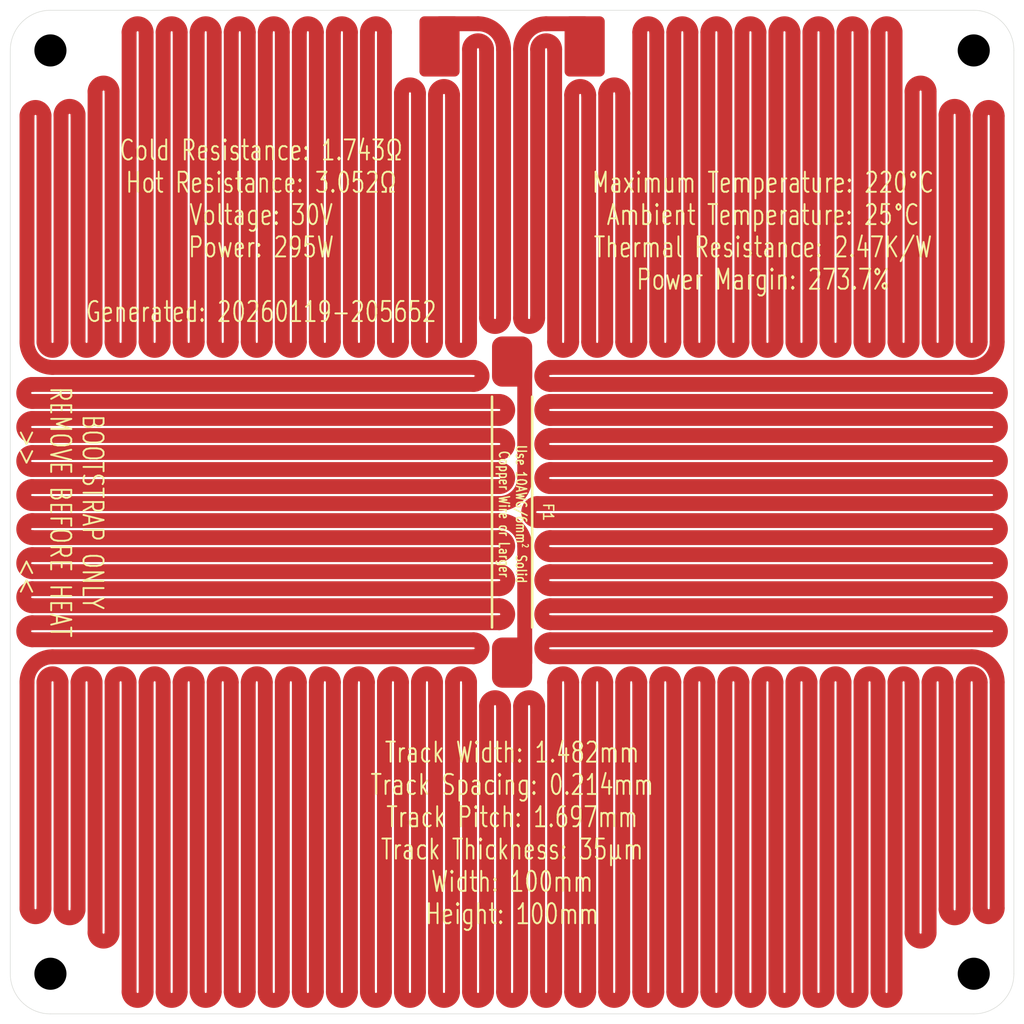
<source format=kicad_pcb>
(kicad_pcb (version 20241229) (generator "pcbnew") (generator_version "9.0")
  (layers (0 "F.Cu" signal) (2 "B.Cu" signal) (13 "F.Paste" user) (15 "B.Paste" user) (5 "F.SilkS" user "F.Silkscreen") (7 "B.SilkS" user "B.Silkscreen") (1 "F.Mask" user) (3 "B.Mask" user) (25 "Edge.Cuts" user))
  (net 0 "")
  (net 1 "Net-(J2-Pin_1)")
  (net 2 "Net-(J1-Pin_1)")
  (footprint "blg:MountingHole_3.2mm_M3_NoPad_TopLarge" (layer "F.Cu") (at 151 59)
    (property "Reference" "REF**" (hide yes))
    (property "Value" "MountingHole_3.2mm_M3_NoPad_TopLarge" (hide yes))
    (pad "" np_thru_hole circle (at 0 0) (size 7.6 7.6) (drill 3.2) (layers))
  )
  (footprint "blg:SMD_PowerConnection_4x6mm" (layer "F.Cu") (at 112.230999 58.6 -90)
    (property "Reference" "J2" (hide yes))
    (property "Value" "Hotplate_Power_Connection" (hide yes))
    (pad "1" smd roundrect (at 0 0 270) (size 6 4) (layers "F.Cu" "F.Mask" "F.Paste") (roundrect_rratio 0.125) (net 1 "Net-(J2-Pin_1)"))
  )
  (footprint "blg:MountingHole_3.2mm_M3_NoPad_TopLarge" (layer "F.Cu") (at 59 151)
    (property "Reference" "REF**" (hide yes))
    (property "Value" "MountingHole_3.2mm_M3_NoPad_TopLarge" (hide yes))
    (pad "" np_thru_hole circle (at 0 0) (size 7.6 7.6) (drill 3.2) (layers))
  )
  (footprint "blg:MountingHole_3.2mm_M3_NoPad_TopLarge" (layer "F.Cu") (at 151 151)
    (property "Reference" "REF**" (hide yes))
    (property "Value" "MountingHole_3.2mm_M3_NoPad_TopLarge" (hide yes))
    (pad "" np_thru_hole circle (at 0 0) (size 7.6 7.6) (drill 3.2) (layers))
  )
  (footprint "blg:SMD_PowerConnection_4x6mm" (layer "F.Cu") (at 97.769 58.6 -90)
    (property "Reference" "J1" (hide yes))
    (property "Value" "Hotplate_Power_Connection" (hide yes))
    (pad "1" smd roundrect (at 0 0 270) (size 6 4) (layers "F.Cu" "F.Mask" "F.Paste") (roundrect_rratio 0.125) (net 2 "Net-(J1-Pin_1)"))
  )
  (footprint "blg:Thermal Fuse, SN100C, Front, 35mm" (layer "F.Cu") (at 105 105 -90)
    (property "Reference" "F1" (at 0 -3.6 270) (layer "F.SilkS"))
    (property "Value" "~")
    (fp_line (start -11.5 2) (end 11.5 2) (stroke (width 0.25)) (layer "F.SilkS"))
    (fp_line (start -11.5 -2) (end 11.5 -2) (stroke (width 0.25)) (layer "F.SilkS"))
    (fp_text user "Use 10AWG/6mm  Solid" (at 0.2 -0.9 270) (layer "F.SilkS") (effects (font (size 1 0.75))))
    (fp_text user "2" (at 3.35 -1.3 270) (layer "F.SilkS") (effects (font (size 0.6 0.4) (thickness 0.1))))
    (fp_text user "Copper Wire or Larger" (at 0.2 0.8 270) (layer "F.SilkS") (effects (font (size 1 0.75))))
    (pad "1" smd roundrect (at -15 0 270) (size 5 4) (layers "F.Cu" "F.Mask") (net 2 "Net-(J1-Pin_1)"))
    (pad "2" smd roundrect (at 15 0 270) (size 5 4) (layers "F.Cu" "F.Mask") (net 1 "Net-(J2-Pin_1)"))
  )
  (footprint "blg:MountingHole_3.2mm_M3_NoPad_TopLarge" (layer "F.Cu") (at 59 59)
    (property "Reference" "REF**" (hide yes))
    (property "Value" "MountingHole_3.2mm_M3_NoPad_TopLarge" (hide yes))
    (pad "" np_thru_hole circle (at 0 0) (size 7.6 7.6) (drill 3.2) (layers))
  )
  (gr_arc (start 55 59) (mid 56.171573 56.171573) (end 59 55) (stroke (width 0.05)) (layer "Edge.Cuts"))
  (gr_line (start 155 59) (end 155 151) (stroke (width 0.05)) (layer "Edge.Cuts"))
  (gr_arc (start 59 155) (mid 56.171573 153.828427) (end 55 151) (stroke (width 0.05)) (layer "Edge.Cuts"))
  (gr_line (start 59 155) (end 151 155) (stroke (width 0.05)) (layer "Edge.Cuts"))
  (gr_line (start 55 59) (end 55 151) (stroke (width 0.05)) (layer "Edge.Cuts"))
  (gr_arc (start 155 151) (mid 153.828427 153.828427) (end 151 155) (stroke (width 0.05)) (layer "Edge.Cuts"))
  (gr_arc (start 151 55) (mid 153.828427 56.171573) (end 155 59) (stroke (width 0.05)) (layer "Edge.Cuts"))
  (gr_line (start 59 55) (end 151 55) (stroke (width 0.05)) (layer "Edge.Cuts"))
  (gr_text "Track Width: 1.482mm\nTrack Spacing: 0.214mm\nTrack Pitch: 1.697mm\nTrack Thickness: 35µm\nWidth: 100mm\nHeight: 100mm" (at 105 137 0) (layer "F.SilkS") (effects (font (size 2 1.5) (thickness 0.1875))))
  (gr_text "Maximum Temperature: 220°C\nAmbient Temperature: 25°C\nThermal Resistance: 2.47K/W\nPower Margin: 273.7%" (at 130 77 0) (layer "F.SilkS") (effects (font (size 2 1.5) (thickness 0.1875))))
  (gr_text "BOOTSTRAP ONLY\nREMOVE BEFORE HEAT\n>>        <<" (at 55.6 105 270) (layer "F.SilkS") (effects (font (size 2 1.5) (thickness 0.1875)) (justify bottom)))
  (gr_text "Cold Resistance: 1.743Ω\nHot Resistance: 3.052Ω\nVoltage: 30V\nPower: 295W\n\nGenerated: 20260119-205652" (at 80 77 0) (layer "F.SilkS") (effects (font (size 2 1.5) (thickness 0.1875))))
  (segment (start 146.552 63.097413) (end 146.552 88.039999) (width 1.482) (layer "F.Cu") (net 1))
  (segment (start 148.248 144.580404) (end 148.248 121.96) (width 1.482) (layer "F.Cu") (net 1))
  (segment (start 108.803 109.24) (end 152.811 109.24) (width 1.482) (layer "F.Cu") (net 1))
  (segment (start 108.803 119.416) (end 150.791999 119.416) (width 1.482) (layer "F.Cu") (net 1))
  (segment (start 129.591999 57.189) (end 129.591999 88.039999) (width 1.482) (layer "F.Cu") (net 1))
  (segment (start 112.230999 56.340999) (end 108.391999 56.340999) (width 1.482) (layer "F.Cu") (net 1))
  (segment (start 153.336 121.96) (end 153.336 144.471426) (width 1.482) (layer "F.Cu") (net 1))
  (segment (start 112.631999 121.96) (end 112.631999 152.811) (width 1.482) (layer "F.Cu") (net 1))
  (segment (start 61.751999 121.96) (end 61.751999 144.580404) (width 1.482) (layer "F.Cu") (net 1))
  (segment (start 75.32 121.96) (end 75.32 152.811) (width 1.482) (layer "F.Cu") (net 1))
  (segment (start 134.68 88.039999) (end 134.68 57.189) (width 1.482) (layer "F.Cu") (net 1))
  (segment (start 99.064 121.96) (end 99.064 152.811) (width 1.482) (layer "F.Cu") (net 1))
  (segment (start 149.944 121.96) (end 149.944 144.580404) (width 1.482) (layer "F.Cu") (net 1))
  (segment (start 108.803 102.455999) (end 152.811 102.455999) (width 1.482) (layer "F.Cu") (net 1))
  (segment (start 131.287999 152.811) (end 131.287999 121.96) (width 1.482) (layer "F.Cu") (net 1))
  (segment (start 152.811 107.544) (end 108.803 107.544) (width 1.482) (layer "F.Cu") (net 1))
  (segment (start 144.856 146.902586) (end 144.856 121.96) (width 1.482) (layer "F.Cu") (net 1))
  (segment (start 57.189 109.24) (end 103.715 109.24) (width 1.482) (layer "F.Cu") (net 1))
  (segment (start 151.64 88.039999) (end 151.64 65.528573) (width 1.482) (layer "F.Cu") (net 1))
  (segment (start 71.928 121.96) (end 71.928 152.811) (width 1.482) (layer "F.Cu") (net 1))
  (segment (start 65.143999 121.96) (end 65.143999 146.902586) (width 1.482) (layer "F.Cu") (net 1))
  (segment (start 124.503999 152.811) (end 124.503999 121.96) (width 1.482) (layer "F.Cu") (net 1))
  (segment (start 59.208 119.416) (end 101.161 119.416) (width 1.482) (layer "F.Cu") (net 1))
  (segment (start 138.072 88.039999) (end 138.072 57.189) (width 1.482) (layer "F.Cu") (net 1))
  (segment (start 148.248 88.039999) (end 148.248 65.419595) (width 1.482) (layer "F.Cu") (net 1))
  (segment (start 80.407999 152.811) (end 80.407999 121.96) (width 1.482) (layer "F.Cu") (net 1))
  (segment (start 97.368 152.811) (end 97.368 121.96) (width 1.482) (layer "F.Cu") (net 1))
  (segment (start 103.715 114.328) (end 57.189 114.328) (width 1.482) (layer "F.Cu") (net 1))
  (segment (start 107.544 152.811) (end 107.544 124.339) (width 1.482) (layer "F.Cu") (net 1))
  (segment (start 105.848 58.885) (end 105.848 85.660999) (width 1.482) (layer "F.Cu") (net 1))
  (segment (start 126.2 121.96) (end 126.2 152.811) (width 1.482) (layer "F.Cu") (net 1))
  (segment (start 132.983999 121.96) (end 132.983999 152.811) (width 1.482) (layer "F.Cu") (net 1))
  (segment (start 56.664 144.471426) (end 56.664 121.96) (width 1.482) (layer "F.Cu") (net 1))
  (segment (start 149.944 65.419595) (end 149.944 88.039999) (width 1.482) (layer "F.Cu") (net 1))
  (segment (start 103.715 107.544) (end 57.189 107.544) (width 1.482) (layer "F.Cu") (net 1))
  (segment (start 88.887999 121.96) (end 88.887999 152.811) (width 1.482) (layer "F.Cu") (net 1))
  (segment (start 131.287999 88.039999) (end 131.287999 57.189) (width 1.482) (layer "F.Cu") (net 1))
  (segment (start 70.232 152.811) (end 70.232 121.96) (width 1.482) (layer "F.Cu") (net 1))
  (segment (start 100.76 152.811) (end 100.76 121.96) (width 1.482) (layer "F.Cu") (net 1))
  (segment (start 58.359999 121.96) (end 58.359999 144.471426) (width 1.482) (layer "F.Cu") (net 1))
  (segment (start 116.023999 121.96) (end 116.023999 152.811) (width 1.482) (layer "F.Cu") (net 1))
  (segment (start 87.192 152.811) (end 87.192 121.96) (width 1.482) (layer "F.Cu") (net 1))
  (segment (start 101.161 117.719999) (end 57.189 117.719999) (width 1.482) (layer "F.Cu") (net 1))
  (segment (start 151.64 144.471426) (end 151.64 121.96) (width 1.482) (layer "F.Cu") (net 1))
  (segment (start 63.447999 146.902586) (end 63.447999 121.96) (width 1.482) (layer "F.Cu") (net 1))
  (segment (start 134.68 152.811) (end 134.68 121.96) (width 1.482) (layer "F.Cu") (net 1))
  (segment (start 150.791999 90.584) (end 108.803 90.584) (width 1.482) (layer "F.Cu") (net 1))
  (segment (start 122.808 57.189) (end 122.808 88.039999) (width 1.482) (layer "F.Cu") (net 1))
  (segment (start 152.811 100.76) (end 108.803 100.76) (width 1.482) (layer "F.Cu") (net 1))
  (segment (start 57.189 116.023999) (end 103.715 116.023999) (width 1.482) (layer "F.Cu") (net 1))
  (segment (start 124.503999 88.039999) (end 124.503999 57.189) (width 1.482) (layer "F.Cu") (net 1))
  (segment (start 107.544 85.660999) (end 107.544 58.885) (width 1.482) (layer "F.Cu") (net 1))
  (segment (start 139.768 121.96) (end 139.768 152.811) (width 1.482) (layer "F.Cu") (net 1))
  (segment (start 136.376 121.96) (end 136.376 152.811) (width 1.482) (layer "F.Cu") (net 1))
  (segment (start 82.104 121.96) (end 82.104 152.811) (width 1.482) (layer "F.Cu") (net 1))
  (segment (start 126.2 57.189) (end 126.2 88.039999) (width 1.482) (layer "F.Cu") (net 1))
  (segment (start 119.416 121.96) (end 119.416 152.811) (width 1.482) (layer "F.Cu") (net 1))
  (segment (start 110.936 88.039999) (end 110.936 63.438999) (width 1.482) (layer "F.Cu") (net 1))
  (segment (start 102.455999 124.339) (end 102.455999 152.811) (width 1.482) (layer "F.Cu") (net 1))
  (segment (start 127.895999 88.039999) (end 127.895999 57.189) (width 1.482) (layer "F.Cu") (net 1))
  (segment (start 138.072 152.811) (end 138.072 121.96) (width 1.482) (layer "F.Cu") (net 1))
  (segment (start 109.24 121.96) (end 109.24 152.811) (width 1.482) (layer "F.Cu") (net 1))
  (segment (start 78.711999 121.96) (end 78.711999 152.811) (width 1.482) (layer "F.Cu") (net 1))
  (segment (start 77.016 152.811) (end 77.016 121.96) (width 1.482) (layer "F.Cu") (net 1))
  (segment (start 117.719999 88.039999) (end 117.719999 57.189) (width 1.482) (layer "F.Cu") (net 1))
  (segment (start 73.624 152.811) (end 73.624 121.96) (width 1.482) (layer "F.Cu") (net 1))
  (segment (start 109.24 58.885) (end 109.24 88.039999) (width 1.482) (layer "F.Cu") (net 1))
  (segment (start 105.848 124.339) (end 105.848 152.811) (width 1.482) (layer "F.Cu") (net 1))
  (segment (start 57.189 105.848) (end 103.715 105.848) (width 1.482) (layer "F.Cu") (net 1))
  (segment (start 108.803 95.672) (end 152.811 95.672) (width 1.482) (layer "F.Cu") (net 1))
  (segment (start 152.811 110.936) (end 108.803 110.936) (width 1.482) (layer "F.Cu") (net 1))
  (segment (start 110.936 152.811) (end 110.936 121.96) (width 1.482) (layer "F.Cu") (net 1))
  (segment (start 104.152 152.811) (end 104.152 124.339) (width 1.482) (layer "F.Cu") (net 1))
  (segment (start 152.811 114.328) (end 108.803 114.328) (width 1.482) (layer "F.Cu") (net 1))
  (segment (start 107.507371 105.848) (end 152.811 105.848) (width 1.482) (layer "F.Cu") (net 1))
  (segment (start 83.8 152.811) (end 83.8 121.96) (width 1.482) (layer "F.Cu") (net 1))
  (segment (start 153.336 65.528573) (end 153.336 88.039999) (width 1.482) (layer "F.Cu") (net 1))
  (segment (start 114.328 88.039999) (end 114.328 63.278949) (width 1.482) (layer "F.Cu") (net 1))
  (segment (start 95.672 121.96) (end 95.672 152.811) (width 1.482) (layer "F.Cu") (net 1))
  (segment (start 108.803 92.28) (end 152.811 92.28) (width 1.482) (layer "F.Cu") (net 1))
  (segment (start 106.258999 120) (end 106.258999 108.392) (width 1.482) (layer "F.Cu") (net 1))
  (segment (start 136.376 57.189) (end 136.376 88.039999) (width 1.482) (layer "F.Cu") (net 1))
  (segment (start 139.768 57.189) (end 139.768 88.039999) (width 1.482) (layer "F.Cu") (net 1))
  (segment (start 121.112 152.811) (end 121.112 121.96) (width 1.482) (layer "F.Cu") (net 1))
  (segment (start 85.496 121.96) (end 85.496 152.811) (width 1.482) (layer "F.Cu") (net 1))
  (segment (start 127.895999 152.811) (end 127.895999 121.96) (width 1.482) (layer "F.Cu") (net 1))
  (segment (start 68.536 121.96) (end 68.536 152.811) (width 1.482) (layer "F.Cu") (net 1))
  (segment (start 122.808 121.96) (end 122.808 152.811) (width 1.482) (layer "F.Cu") (net 1))
  (segment (start 141.464 152.811) (end 141.464 121.96) (width 1.482) (layer "F.Cu") (net 1))
  (segment (start 92.28 121.96) (end 92.28 152.811) (width 1.482) (layer "F.Cu") (net 1))
  (segment (start 146.552 121.96) (end 146.552 146.902586) (width 1.482) (layer "F.Cu") (net 1))
  (segment (start 129.591999 121.96) (end 129.591999 152.811) (width 1.482) (layer "F.Cu") (net 1))
  (segment (start 141.464 88.039999) (end 141.464 57.189) (width 1.482) (layer "F.Cu") (net 1))
  (segment (start 90.584 152.811) (end 90.584 121.96) (width 1.482) (layer "F.Cu") (net 1))
  (segment (start 143.159999 121.96) (end 143.159999 152.811) (width 1.482) (layer "F.Cu") (net 1))
  (segment (start 57.189 112.631999) (end 103.715 112.631999) (width 1.482) (layer "F.Cu") (net 1))
  (segment (start 144.856 88.039999) (end 144.856 63.097413) (width 1.482) (layer "F.Cu") (net 1))
  (segment (start 152.811 97.368) (end 108.803 97.368) (width 1.482) (layer "F.Cu") (net 1))
  (segment (start 112.631999 63.438999) (end 112.631999 88.039999) (width 1.482) (layer "F.Cu") (net 1))
  (segment (start 132.983999 57.189) (end 132.983999 88.039999) (width 1.482) (layer "F.Cu") (net 1))
  (segment (start 116.023999 63.278949) (end 116.023999 88.039999) (width 1.482) (layer "F.Cu") (net 1))
  (segment (start 93.975999 152.811) (end 93.975999 121.96) (width 1.482) (layer "F.Cu") (net 1))
  (segment (start 152.811 117.719999) (end 108.803 117.719999) (width 1.482) (layer "F.Cu") (net 1))
  (segment (start 152.811 104.152) (end 107.507371 104.152) (width 1.482) (layer "F.Cu") (net 1))
  (segment (start 114.328 152.811) (end 114.328 121.96) (width 1.482) (layer "F.Cu") (net 1))
  (segment (start 60.056 144.580404) (end 60.056 121.96) (width 1.482) (layer "F.Cu") (net 1))
  (segment (start 117.719999 152.811) (end 117.719999 121.96) (width 1.482) (layer "F.Cu") (net 1))
  (segment (start 152.811 93.975999) (end 108.803 93.975999) (width 1.482) (layer "F.Cu") (net 1))
  (segment (start 103.715 110.936) (end 57.189 110.936) (width 1.482) (layer "F.Cu") (net 1))
  (segment (start 66.84 152.811) (end 66.84 121.96) (width 1.482) (layer "F.Cu") (net 1))
  (segment (start 121.112 88.039999) (end 121.112 57.189) (width 1.482) (layer "F.Cu") (net 1))
  (segment (start 119.416 57.189) (end 119.416 88.039999) (width 1.482) (layer "F.Cu") (net 1))
  (segment (start 143.159999 57.189) (end 143.159999 88.039999) (width 1.482) (layer "F.Cu") (net 1))
  (segment (start 108.803 99.064) (end 152.811 99.064) (width 1.482) (layer "F.Cu") (net 1))
  (segment (start 108.803 112.631999) (end 152.811 112.631999) (width 1.482) (layer "F.Cu") (net 1))
  (segment (start 108.803 116.023999) (end 152.811 116.023999) (width 1.482) (layer "F.Cu") (net 1))
  (arc (start 122.808 152.811) (mid 121.96 153.659) (end 121.112 152.811) (width 1.482) (layer "F.Cu") (net 1))
  (arc (start 83.8 121.96) (mid 82.952 121.112) (end 82.104 121.96) (width 1.482) (layer "F.Cu") (net 1))
  (arc (start 66.84 121.96) (mid 65.991999 121.112) (end 65.143999 121.96) (width 1.482) (layer "F.Cu") (net 1))
  (arc (start 57.189 114.328) (mid 56.340999 113.48) (end 57.189 112.631999) (width 1.482) (layer "F.Cu") (net 1))
  (arc (start 100.76 121.96) (mid 99.912 121.112) (end 99.064 121.96) (width 1.482) (layer "F.Cu") (net 1))
  (arc (start 117.719999 121.96) (mid 116.871999 121.112) (end 116.023999 121.96) (width 1.482) (layer "F.Cu") (net 1))
  (arc (start 119.416 152.811) (mid 118.568 153.659) (end 117.719999 152.811) (width 1.482) (layer "F.Cu") (net 1))
  (arc (start 110.936 63.438999) (mid 111.783999 62.590999) (end 112.631999 63.438999) (width 1.482) (layer "F.Cu") (net 1))
  (arc (start 126.2 152.811) (mid 125.351999 153.659) (end 124.503999 152.811) (width 1.482) (layer "F.Cu") (net 1))
  (arc (start 109.24 152.811) (mid 108.391999 153.659) (end 107.544 152.811) (width 1.482) (layer "F.Cu") (net 1))
  (arc (start 112.631999 152.811) (mid 111.783999 153.659) (end 110.936 152.811) (width 1.482) (layer "F.Cu") (net 1))
  (arc (start 138.072 121.96) (mid 137.224 121.112) (end 136.376 121.96) (width 1.482) (layer "F.Cu") (net 1))
  (arc (start 134.68 121.96) (mid 133.832 121.112) (end 132.983999 121.96) (width 1.482) (layer "F.Cu") (net 1))
  (arc (start 103.715 109.24) (mid 104.562999 108.391999) (end 103.715 107.544) (width 1.482) (layer "F.Cu") (net 1))
  (arc (start 119.416 88.039999) (mid 120.264 88.887999) (end 121.112 88.039999) (width 1.482) (layer "F.Cu") (net 1))
  (arc (start 143.159999 88.039999) (mid 144.008 88.887999) (end 144.856 88.039999) (width 1.482) (layer "F.Cu") (net 1))
  (arc (start 108.803 93.975999) (mid 107.955 94.824) (end 108.803 95.672) (width 1.482) (layer "F.Cu") (net 1))
  (arc (start 131.287999 121.96) (mid 130.44 121.112) (end 129.591999 121.96) (width 1.482) (layer "F.Cu") (net 1))
  (arc (start 144.856 121.96) (mid 144.008 121.112) (end 143.159999 121.96) (width 1.482) (layer "F.Cu") (net 1))
  (arc (start 152.811 102.455999) (mid 153.659 103.303999) (end 152.811 104.152) (width 1.482) (layer "F.Cu") (net 1))
  (arc (start 103.715 105.848) (mid 105.513879 106.59312) (end 106.258999 108.392) (width 1.482) (layer "F.Cu") (net 1))
  (arc (start 107.507371 104.152) (mid 106.659371 105) (end 107.507371 105.848) (width 1.482) (layer "F.Cu") (net 1))
  (arc (start 65.143999 146.902586) (mid 64.295999 147.750586) (end 63.447999 146.902586) (width 1.482) (layer "F.Cu") (net 1))
  (arc (start 93.975999 121.96) (mid 93.128 121.112) (end 92.28 121.96) (width 1.482) (layer "F.Cu") (net 1))
  (arc (start 132.983999 152.811) (mid 132.136 153.659) (end 131.287999 152.811) (width 1.482) (layer "F.Cu") (net 1))
  (arc (start 78.711999 152.811) (mid 77.864 153.659) (end 77.016 152.811) (width 1.482) (layer "F.Cu") (net 1))
  (arc (start 146.552 88.039999) (mid 147.4 88.887999) (end 148.248 88.039999) (width 1.482) (layer "F.Cu") (net 1))
  (arc (start 127.895999 57.189) (mid 128.744 56.340999) (end 129.591999 57.189) (width 1.482) (layer "F.Cu") (net 1))
  (arc (start 110.936 121.96) (mid 110.088 121.112) (end 109.24 121.96) (width 1.482) (layer "F.Cu") (net 1))
  (arc (start 107.544 58.885) (mid 108.391999 58.037) (end 109.24 58.885) (width 1.482) (layer "F.Cu") (net 1))
  (arc (start 97.368 121.96) (mid 96.52 121.112) (end 95.672 121.96) (width 1.482) (layer "F.Cu") (net 1))
  (arc (start 108.803 107.544) (mid 107.955 108.391999) (end 108.803 109.24) (width 1.482) (layer "F.Cu") (net 1))
  (arc (start 150.791999 119.416) (mid 152.590879 120.16112) (end 153.336 121.96) (width 1.482) (layer "F.Cu") (net 1))
  (arc (start 139.768 88.039999) (mid 140.616 88.887999) (end 141.464 88.039999) (width 1.482) (layer "F.Cu") (net 1))
  (arc (start 105.848 152.811) (mid 105 153.659) (end 104.152 152.811) (width 1.482) (layer "F.Cu") (net 1))
  (arc (start 152.811 109.24) (mid 153.659 110.088) (end 152.811 110.936) (width 1.482) (layer "F.Cu") (net 1))
  (arc (start 132.983999 88.039999) (mid 133.832 88.887999) (end 134.68 88.039999) (width 1.482) (layer "F.Cu") (net 1))
  (arc (start 108.803 114.328) (mid 107.955 115.176) (end 108.803 116.023999) (width 1.482) (layer "F.Cu") (net 1))
  (arc (start 149.944 88.039999) (mid 150.791999 88.887999) (end 151.64 88.039999) (width 1.482) (layer "F.Cu") (net 1))
  (arc (start 152.811 92.28) (mid 153.659 93.128) (end 152.811 93.975999) (width 1.482) (layer "F.Cu") (net 1))
  (arc (start 149.944 144.580404) (mid 149.096 145.428404) (end 148.248 144.580404) (width 1.482) (layer "F.Cu") (net 1))
  (arc (start 144.856 63.097413) (mid 145.704 62.249413) (end 146.552 63.097413) (width 1.482) (layer "F.Cu") (net 1))
  (arc (start 127.895999 121.96) (mid 127.047999 121.112) (end 126.2 121.96) (width 1.482) (layer "F.Cu") (net 1))
  (arc (start 68.536 152.811) (mid 67.688 153.659) (end 66.84 152.811) (width 1.482) (layer "F.Cu") (net 1))
  (arc (start 109.24 88.039999) (mid 110.088 88.887999) (end 110.936 88.039999) (width 1.482) (layer "F.Cu") (net 1))
  (arc (start 129.591999 88.039999) (mid 130.44 88.887999) (end 131.287999 88.039999) (width 1.482) (layer "F.Cu") (net 1))
  (arc (start 152.811 105.848) (mid 153.659 106.696) (end 152.811 107.544) (width 1.482) (layer "F.Cu") (net 1))
  (arc (start 141.464 57.189) (mid 142.311999 56.340999) (end 143.159999 57.189) (width 1.482) (layer "F.Cu") (net 1))
  (arc (start 138.072 57.189) (mid 138.92 56.340999) (end 139.768 57.189) (width 1.482) (layer "F.Cu") (net 1))
  (arc (start 114.328 63.278949) (mid 115.176 62.430949) (end 116.023999 63.278949) (width 1.482) (layer "F.Cu") (net 1))
  (arc (start 153.336 88.039999) (mid 152.590879 89.838879) (end 150.791999 90.584) (width 1.482) (layer "F.Cu") (net 1))
  (arc (start 129.591999 152.811) (mid 128.744 153.659) (end 127.895999 152.811) (width 1.482) (layer "F.Cu") (net 1))
  (arc (start 88.887999 152.811) (mid 88.039999 153.659) (end 87.192 152.811) (width 1.482) (layer "F.Cu") (net 1))
  (arc (start 126.2 88.039999) (mid 127.047999 88.887999) (end 127.895999 88.039999) (width 1.482) (layer "F.Cu") (net 1))
  (arc (start 121.112 121.96) (mid 120.264 121.112) (end 119.416 121.96) (width 1.482) (layer "F.Cu") (net 1))
  (arc (start 148.248 65.419595) (mid 149.096 64.571595) (end 149.944 65.419595) (width 1.482) (layer "F.Cu") (net 1))
  (arc (start 56.664 121.96) (mid 57.40912 120.16112) (end 59.208 119.416) (width 1.482) (layer "F.Cu") (net 1))
  (arc (start 57.189 117.719999) (mid 56.340999 116.871999) (end 57.189 116.023999) (width 1.482) (layer "F.Cu") (net 1))
  (arc (start 60.056 121.96) (mid 59.208 121.112) (end 58.359999 121.96) (width 1.482) (layer "F.Cu") (net 1))
  (arc (start 58.359999 144.471426) (mid 57.512 145.319426) (end 56.664 144.471426) (width 1.482) (layer "F.Cu") (net 1))
  (arc (start 87.192 121.96) (mid 86.344 121.112) (end 85.496 121.96) (width 1.482) (layer "F.Cu") (net 1))
  (arc (start 152.811 116.023999) (mid 153.659 116.871999) (end 152.811 117.719999) (width 1.482) (layer "F.Cu") (net 1))
  (arc (start 108.803 117.719999) (mid 107.955 118.568) (end 108.803 119.416) (width 1.482) (layer "F.Cu") (net 1))
  (arc (start 57.189 107.544) (mid 56.340999 106.696) (end 57.189 105.848) (width 1.482) (layer "F.Cu") (net 1))
  (arc (start 104.152 124.339) (mid 103.303999 123.491) (end 102.455999 124.339) (width 1.482) (layer "F.Cu") (net 1))
  (arc (start 107.544 124.339) (mid 106.696 123.491) (end 105.848 124.339) (width 1.482) (layer "F.Cu") (net 1))
  (arc (start 152.811 99.064) (mid 153.659 99.912) (end 152.811 100.76) (width 1.482) (layer "F.Cu") (net 1))
  (arc (start 61.751999 144.580404) (mid 60.904 145.428404) (end 60.056 144.580404) (width 1.482) (layer "F.Cu") (net 1))
  (arc (start 103.715 116.023999) (mid 104.562999 115.176) (end 103.715 114.328) (width 1.482) (layer "F.Cu") (net 1))
  (arc (start 95.672 152.811) (mid 94.824 153.659) (end 93.975999 152.811) (width 1.482) (layer "F.Cu") (net 1))
  (arc (start 134.68 57.189) (mid 135.528 56.340999) (end 136.376 57.189) (width 1.482) (layer "F.Cu") (net 1))
  (arc (start 99.064 152.811) (mid 98.216 153.659) (end 97.368 152.811) (width 1.482) (layer "F.Cu") (net 1))
  (arc (start 108.803 97.368) (mid 107.955 98.216) (end 108.803 99.064) (width 1.482) (layer "F.Cu") (net 1))
  (arc (start 143.159999 152.811) (mid 142.311999 153.659) (end 141.464 152.811) (width 1.482) (layer "F.Cu") (net 1))
  (arc (start 117.719999 57.189) (mid 118.568 56.340999) (end 119.416 57.189) (width 1.482) (layer "F.Cu") (net 1))
  (arc (start 153.336 144.471426) (mid 152.487999 145.319426) (end 151.64 144.471426) (width 1.482) (layer "F.Cu") (net 1))
  (arc (start 105.848 85.660999) (mid 106.696 86.508999) (end 107.544 85.660999) (width 1.482) (layer "F.Cu") (net 1))
  (arc (start 108.803 90.584) (mid 107.955 91.432) (end 108.803 92.28) (width 1.482) (layer "F.Cu") (net 1))
  (arc (start 124.503999 57.189) (mid 125.351999 56.340999) (end 126.2 57.189) (width 1.482) (layer "F.Cu") (net 1))
  (arc (start 73.624 121.96) (mid 72.776 121.112) (end 71.928 121.96) (width 1.482) (layer "F.Cu") (net 1))
  (arc (start 57.189 110.936) (mid 56.340999 110.088) (end 57.189 109.24) (width 1.482) (layer "F.Cu") (net 1))
  (arc (start 131.287999 57.189) (mid 132.136 56.340999) (end 132.983999 57.189) (width 1.482) (layer "F.Cu") (net 1))
  (arc (start 124.503999 121.96) (mid 123.655999 121.112) (end 122.808 121.96) (width 1.482) (layer "F.Cu") (net 1))
  (arc (start 63.447999 121.96) (mid 62.6 121.112) (end 61.751999 121.96) (width 1.482) (layer "F.Cu") (net 1))
  (arc (start 114.328 121.96) (mid 113.48 121.112) (end 112.631999 121.96) (width 1.482) (layer "F.Cu") (net 1))
  (arc (start 136.376 88.039999) (mid 137.224 88.887999) (end 138.072 88.039999) (width 1.482) (layer "F.Cu") (net 1))
  (arc (start 151.64 65.528573) (mid 152.487999 64.680573) (end 153.336 65.528573) (width 1.482) (layer "F.Cu") (net 1))
  (arc (start 108.803 110.936) (mid 107.955 111.783999) (end 108.803 112.631999) (width 1.482) (layer "F.Cu") (net 1))
  (arc (start 90.584 121.96) (mid 89.735999 121.112) (end 88.887999 121.96) (width 1.482) (layer "F.Cu") (net 1))
  (arc (start 82.104 152.811) (mid 81.256 153.659) (end 80.407999 152.811) (width 1.482) (layer "F.Cu") (net 1))
  (arc (start 105.848 58.885) (mid 106.59312 57.08612) (end 108.391999 56.340999) (width 1.482) (layer "F.Cu") (net 1))
  (arc (start 92.28 152.811) (mid 91.432 153.659) (end 90.584 152.811) (width 1.482) (layer "F.Cu") (net 1))
  (arc (start 136.376 152.811) (mid 135.528 153.659) (end 134.68 152.811) (width 1.482) (layer "F.Cu") (net 1))
  (arc (start 77.016 121.96) (mid 76.168 121.112) (end 75.32 121.96) (width 1.482) (layer "F.Cu") (net 1))
  (arc (start 71.928 152.811) (mid 71.079999 153.659) (end 70.232 152.811) (width 1.482) (layer "F.Cu") (net 1))
  (arc (start 139.768 152.811) (mid 138.92 153.659) (end 138.072 152.811) (width 1.482) (layer "F.Cu") (net 1))
  (arc (start 121.112 57.189) (mid 121.96 56.340999) (end 122.808 57.189) (width 1.482) (layer "F.Cu") (net 1))
  (arc (start 116.023999 88.039999) (mid 116.871999 88.887999) (end 117.719999 88.039999) (width 1.482) (layer "F.Cu") (net 1))
  (arc (start 148.248 121.96) (mid 147.4 121.112) (end 146.552 121.96) (width 1.482) (layer "F.Cu") (net 1))
  (arc (start 141.464 121.96) (mid 140.616 121.112) (end 139.768 121.96) (width 1.482) (layer "F.Cu") (net 1))
  (arc (start 102.455999 152.811) (mid 101.607999 153.659) (end 100.76 152.811) (width 1.482) (layer "F.Cu") (net 1))
  (arc (start 151.64 121.96) (mid 150.791999 121.112) (end 149.944 121.96) (width 1.482) (layer "F.Cu") (net 1))
  (arc (start 146.552 146.902586) (mid 145.704 147.750586) (end 144.856 146.902586) (width 1.482) (layer "F.Cu") (net 1))
  (arc (start 112.631999 88.039999) (mid 113.48 88.887999) (end 114.328 88.039999) (width 1.482) (layer "F.Cu") (net 1))
  (arc (start 85.496 152.811) (mid 84.648 153.659) (end 83.8 152.811) (width 1.482) (layer "F.Cu") (net 1))
  (arc (start 80.407999 121.96) (mid 79.559999 121.112) (end 78.711999 121.96) (width 1.482) (layer "F.Cu") (net 1))
  (arc (start 122.808 88.039999) (mid 123.655999 88.887999) (end 124.503999 88.039999) (width 1.482) (layer "F.Cu") (net 1))
  (arc (start 101.161 119.416) (mid 102.008999 118.568) (end 101.161 117.719999) (width 1.482) (layer "F.Cu") (net 1))
  (arc (start 103.715 112.631999) (mid 104.562999 111.783999) (end 103.715 110.936) (width 1.482) (layer "F.Cu") (net 1))
  (arc (start 108.803 100.76) (mid 107.955 101.607999) (end 108.803 102.455999) (width 1.482) (layer "F.Cu") (net 1))
  (arc (start 75.32 152.811) (mid 74.472 153.659) (end 73.624 152.811) (width 1.482) (layer "F.Cu") (net 1))
  (arc (start 152.811 112.631999) (mid 153.659 113.48) (end 152.811 114.328) (width 1.482) (layer "F.Cu") (net 1))
  (arc (start 116.023999 152.811) (mid 115.176 153.659) (end 114.328 152.811) (width 1.482) (layer "F.Cu") (net 1))
  (arc (start 152.811 95.672) (mid 153.659 96.52) (end 152.811 97.368) (width 1.482) (layer "F.Cu") (net 1))
  (arc (start 70.232 121.96) (mid 69.384 121.112) (end 68.536 121.96) (width 1.482) (layer "F.Cu") (net 1))
  (segment (start 60.056 65.419595) (end 60.056 88.039999) (width 1.482) (layer "F.Cu") (net 2))
  (segment (start 57.189 100.76) (end 103.715 100.76) (width 1.482) (layer "F.Cu") (net 2))
  (segment (start 106.258999 90) (end 106.258999 101.607999) (width 1.482) (layer "F.Cu") (net 2))
  (segment (start 103.715 99.064) (end 57.189 99.064) (width 1.482) (layer "F.Cu") (net 2))
  (segment (start 66.84 57.189) (end 66.84 88.039999) (width 1.482) (layer "F.Cu") (net 2))
  (segment (start 93.975999 63.278949) (end 93.975999 88.039999) (width 1.482) (layer "F.Cu") (net 2))
  (segment (start 68.536 88.039999) (end 68.536 57.189) (width 1.482) (layer "F.Cu") (net 2))
  (segment (start 97.368 63.438999) (end 97.368 88.039999) (width 1.482) (layer "F.Cu") (net 2))
  (segment (start 90.584 57.189) (end 90.584 88.039999) (width 1.482) (layer "F.Cu") (net 2))
  (segment (start 57.189 97.368) (end 103.715 97.368) (width 1.482) (layer "F.Cu") (net 2))
  (segment (start 83.8 57.189) (end 83.8 88.039999) (width 1.482) (layer "F.Cu") (net 2))
  (segment (start 80.407999 57.189) (end 80.407999 88.039999) (width 1.482) (layer "F.Cu") (net 2))
  (segment (start 82.104 88.039999) (end 82.104 57.189) (width 1.482) (layer "F.Cu") (net 2))
  (segment (start 77.016 57.189) (end 77.016 88.039999) (width 1.482) (layer "F.Cu") (net 2))
  (segment (start 97.769 56.340999) (end 101.607999 56.340999) (width 1.482) (layer "F.Cu") (net 2))
  (segment (start 75.32 88.039999) (end 75.32 57.189) (width 1.482) (layer "F.Cu") (net 2))
  (segment (start 65.143999 88.039999) (end 65.143999 63.097413) (width 1.482) (layer "F.Cu") (net 2))
  (segment (start 92.28 88.039999) (end 92.28 57.189) (width 1.482) (layer "F.Cu") (net 2))
  (segment (start 85.496 88.039999) (end 85.496 57.189) (width 1.482) (layer "F.Cu") (net 2))
  (segment (start 58.359999 88.039999) (end 58.359999 65.528573) (width 1.482) (layer "F.Cu") (net 2))
  (segment (start 71.928 88.039999) (end 71.928 57.189) (width 1.482) (layer "F.Cu") (net 2))
  (segment (start 102.455999 85.660999) (end 102.455999 58.885) (width 1.482) (layer "F.Cu") (net 2))
  (segment (start 59.208 90.584) (end 101.161 90.584) (width 1.482) (layer "F.Cu") (net 2))
  (segment (start 104.152 58.885) (end 104.152 85.660999) (width 1.482) (layer "F.Cu") (net 2))
  (segment (start 56.664 65.528573) (end 56.664 88.039999) (width 1.482) (layer "F.Cu") (net 2))
  (segment (start 88.887999 88.039999) (end 88.887999 57.189) (width 1.482) (layer "F.Cu") (net 2))
  (segment (start 87.192 57.189) (end 87.192 88.039999) (width 1.482) (layer "F.Cu") (net 2))
  (segment (start 78.711999 88.039999) (end 78.711999 57.189) (width 1.482) (layer "F.Cu") (net 2))
  (segment (start 103.715 102.455999) (end 57.189 102.455999) (width 1.482) (layer "F.Cu") (net 2))
  (segment (start 57.189 104.152) (end 103.715 104.152) (width 1.482) (layer "F.Cu") (net 2))
  (segment (start 61.751999 88.039999) (end 61.751999 65.419595) (width 1.482) (layer "F.Cu") (net 2))
  (segment (start 57.189 93.975999) (end 103.715 93.975999) (width 1.482) (layer "F.Cu") (net 2))
  (segment (start 99.064 88.039999) (end 99.064 63.438999) (width 1.482) (layer "F.Cu") (net 2))
  (segment (start 100.76 58.885) (end 100.76 88.039999) (width 1.482) (layer "F.Cu") (net 2))
  (segment (start 63.447999 63.097413) (end 63.447999 88.039999) (width 1.482) (layer "F.Cu") (net 2))
  (segment (start 73.624 57.189) (end 73.624 88.039999) (width 1.482) (layer "F.Cu") (net 2))
  (segment (start 103.715 95.672) (end 57.189 95.672) (width 1.482) (layer "F.Cu") (net 2))
  (segment (start 70.232 57.189) (end 70.232 88.039999) (width 1.482) (layer "F.Cu") (net 2))
  (segment (start 95.672 88.039999) (end 95.672 63.278949) (width 1.482) (layer "F.Cu") (net 2))
  (segment (start 101.161 92.28) (end 57.189 92.28) (width 1.482) (layer "F.Cu") (net 2))
  (arc (start 101.161 90.584) (mid 102.008999 91.432) (end 101.161 92.28) (width 1.482) (layer "F.Cu") (net 2))
  (arc (start 82.104 57.189) (mid 81.256 56.340999) (end 80.407999 57.189) (width 1.482) (layer "F.Cu") (net 2))
  (arc (start 99.064 63.438999) (mid 98.216 62.590999) (end 97.368 63.438999) (width 1.482) (layer "F.Cu") (net 2))
  (arc (start 59.208 90.584) (mid 57.40912 89.838879) (end 56.664 88.039999) (width 1.482) (layer "F.Cu") (net 2))
  (arc (start 101.607999 56.340999) (mid 103.406879 57.08612) (end 104.152 58.885) (width 1.482) (layer "F.Cu") (net 2))
  (arc (start 106.258999 101.607999) (mid 105.513879 103.406879) (end 103.715 104.152) (width 1.482) (layer "F.Cu") (net 2))
  (arc (start 57.189 99.064) (mid 56.340999 99.912) (end 57.189 100.76) (width 1.482) (layer "F.Cu") (net 2))
  (arc (start 78.711999 57.189) (mid 77.864 56.340999) (end 77.016 57.189) (width 1.482) (layer "F.Cu") (net 2))
  (arc (start 95.672 63.278949) (mid 94.824 62.430948) (end 93.975999 63.278949) (width 1.482) (layer "F.Cu") (net 2))
  (arc (start 100.76 88.039999) (mid 99.912 88.887999) (end 99.064 88.039999) (width 1.482) (layer "F.Cu") (net 2))
  (arc (start 90.584 88.039999) (mid 89.735999 88.887999) (end 88.887999 88.039999) (width 1.482) (layer "F.Cu") (net 2))
  (arc (start 77.016 88.039999) (mid 76.168 88.887999) (end 75.32 88.039999) (width 1.482) (layer "F.Cu") (net 2))
  (arc (start 57.189 102.455999) (mid 56.340999 103.303999) (end 57.189 104.152) (width 1.482) (layer "F.Cu") (net 2))
  (arc (start 97.368 88.039999) (mid 96.52 88.887999) (end 95.672 88.039999) (width 1.482) (layer "F.Cu") (net 2))
  (arc (start 103.715 97.368) (mid 104.562999 98.216) (end 103.715 99.064) (width 1.482) (layer "F.Cu") (net 2))
  (arc (start 60.056 88.039999) (mid 59.208 88.887999) (end 58.359999 88.039999) (width 1.482) (layer "F.Cu") (net 2))
  (arc (start 102.455999 58.885) (mid 101.607999 58.037) (end 100.76 58.885) (width 1.482) (layer "F.Cu") (net 2))
  (arc (start 70.232 88.039999) (mid 69.384 88.887999) (end 68.536 88.039999) (width 1.482) (layer "F.Cu") (net 2))
  (arc (start 104.152 85.660999) (mid 103.303999 86.508999) (end 102.455999 85.660999) (width 1.482) (layer "F.Cu") (net 2))
  (arc (start 87.192 88.039999) (mid 86.344 88.887999) (end 85.496 88.039999) (width 1.482) (layer "F.Cu") (net 2))
  (arc (start 58.359999 65.528573) (mid 57.512 64.680573) (end 56.664 65.528573) (width 1.482) (layer "F.Cu") (net 2))
  (arc (start 93.975999 88.039999) (mid 93.128 88.887999) (end 92.28 88.039999) (width 1.482) (layer "F.Cu") (net 2))
  (arc (start 57.189 95.672) (mid 56.340999 96.52) (end 57.189 97.368) (width 1.482) (layer "F.Cu") (net 2))
  (arc (start 65.143999 63.097413) (mid 64.295999 62.249413) (end 63.447999 63.097413) (width 1.482) (layer "F.Cu") (net 2))
  (arc (start 63.447999 88.039999) (mid 62.6 88.887999) (end 61.751999 88.039999) (width 1.482) (layer "F.Cu") (net 2))
  (arc (start 83.8 88.039999) (mid 82.952 88.887999) (end 82.104 88.039999) (width 1.482) (layer "F.Cu") (net 2))
  (arc (start 85.496 57.189) (mid 84.648 56.340999) (end 83.8 57.189) (width 1.482) (layer "F.Cu") (net 2))
  (arc (start 57.189 92.28) (mid 56.340999 93.128) (end 57.189 93.975999) (width 1.482) (layer "F.Cu") (net 2))
  (arc (start 92.28 57.189) (mid 91.432 56.340999) (end 90.584 57.189) (width 1.482) (layer "F.Cu") (net 2))
  (arc (start 103.715 100.76) (mid 104.562999 101.607999) (end 103.715 102.455999) (width 1.482) (layer "F.Cu") (net 2))
  (arc (start 80.407999 88.039999) (mid 79.559999 88.887999) (end 78.711999 88.039999) (width 1.482) (layer "F.Cu") (net 2))
  (arc (start 66.84 88.039999) (mid 65.991999 88.887999) (end 65.143999 88.039999) (width 1.482) (layer "F.Cu") (net 2))
  (arc (start 88.887999 57.189) (mid 88.039999 56.340999) (end 87.192 57.189) (width 1.482) (layer "F.Cu") (net 2))
  (arc (start 71.928 57.189) (mid 71.079999 56.340999) (end 70.232 57.189) (width 1.482) (layer "F.Cu") (net 2))
  (arc (start 103.715 93.975999) (mid 104.562999 94.824) (end 103.715 95.672) (width 1.482) (layer "F.Cu") (net 2))
  (arc (start 75.32 57.189) (mid 74.472 56.340999) (end 73.624 57.189) (width 1.482) (layer "F.Cu") (net 2))
  (arc (start 68.536 57.189) (mid 67.688 56.340999) (end 66.84 57.189) (width 1.482) (layer "F.Cu") (net 2))
  (arc (start 61.751999 65.419595) (mid 60.904 64.571595) (end 60.056 65.419595) (width 1.482) (layer "F.Cu") (net 2))
  (arc (start 73.624 88.039999) (mid 72.776 88.887999) (end 71.928 88.039999) (width 1.482) (layer "F.Cu") (net 2))
)
</source>
